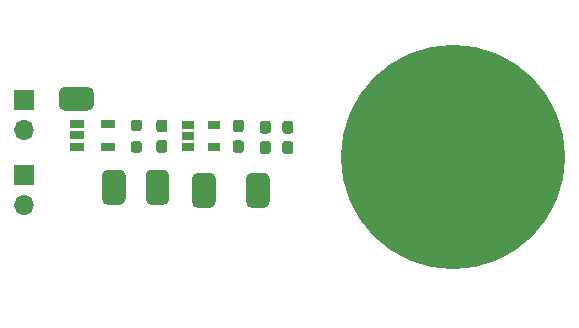
<source format=gbr>
%TF.GenerationSoftware,KiCad,Pcbnew,5.1.9*%
%TF.CreationDate,2021-05-01T17:54:34+02:00*%
%TF.ProjectId,LiPo_Circuit,4c69506f-5f43-4697-9263-7569742e6b69,rev?*%
%TF.SameCoordinates,Original*%
%TF.FileFunction,Soldermask,Top*%
%TF.FilePolarity,Negative*%
%FSLAX46Y46*%
G04 Gerber Fmt 4.6, Leading zero omitted, Abs format (unit mm)*
G04 Created by KiCad (PCBNEW 5.1.9) date 2021-05-01 17:54:34*
%MOMM*%
%LPD*%
G01*
G04 APERTURE LIST*
%ADD10C,19.000000*%
%ADD11R,1.700000X1.700000*%
%ADD12O,1.700000X1.700000*%
%ADD13R,1.220000X0.650000*%
%ADD14R,1.060000X0.650000*%
G04 APERTURE END LIST*
D10*
%TO.C,BatDummy1*%
X156083000Y-118999000D03*
%TD*%
%TO.C,C1*%
G36*
G01*
X131207500Y-115821000D02*
X131682500Y-115821000D01*
G75*
G02*
X131920000Y-116058500I0J-237500D01*
G01*
X131920000Y-116658500D01*
G75*
G02*
X131682500Y-116896000I-237500J0D01*
G01*
X131207500Y-116896000D01*
G75*
G02*
X130970000Y-116658500I0J237500D01*
G01*
X130970000Y-116058500D01*
G75*
G02*
X131207500Y-115821000I237500J0D01*
G01*
G37*
G36*
G01*
X131207500Y-117546000D02*
X131682500Y-117546000D01*
G75*
G02*
X131920000Y-117783500I0J-237500D01*
G01*
X131920000Y-118383500D01*
G75*
G02*
X131682500Y-118621000I-237500J0D01*
G01*
X131207500Y-118621000D01*
G75*
G02*
X130970000Y-118383500I0J237500D01*
G01*
X130970000Y-117783500D01*
G75*
G02*
X131207500Y-117546000I237500J0D01*
G01*
G37*
%TD*%
%TO.C,C2*%
G36*
G01*
X140445500Y-118721500D02*
X139970500Y-118721500D01*
G75*
G02*
X139733000Y-118484000I0J237500D01*
G01*
X139733000Y-117884000D01*
G75*
G02*
X139970500Y-117646500I237500J0D01*
G01*
X140445500Y-117646500D01*
G75*
G02*
X140683000Y-117884000I0J-237500D01*
G01*
X140683000Y-118484000D01*
G75*
G02*
X140445500Y-118721500I-237500J0D01*
G01*
G37*
G36*
G01*
X140445500Y-116996500D02*
X139970500Y-116996500D01*
G75*
G02*
X139733000Y-116759000I0J237500D01*
G01*
X139733000Y-116159000D01*
G75*
G02*
X139970500Y-115921500I237500J0D01*
G01*
X140445500Y-115921500D01*
G75*
G02*
X140683000Y-116159000I0J-237500D01*
G01*
X140683000Y-116759000D01*
G75*
G02*
X140445500Y-116996500I-237500J0D01*
G01*
G37*
%TD*%
%TO.C,C3*%
G36*
G01*
X142350500Y-116996500D02*
X141875500Y-116996500D01*
G75*
G02*
X141638000Y-116759000I0J237500D01*
G01*
X141638000Y-116159000D01*
G75*
G02*
X141875500Y-115921500I237500J0D01*
G01*
X142350500Y-115921500D01*
G75*
G02*
X142588000Y-116159000I0J-237500D01*
G01*
X142588000Y-116759000D01*
G75*
G02*
X142350500Y-116996500I-237500J0D01*
G01*
G37*
G36*
G01*
X142350500Y-118721500D02*
X141875500Y-118721500D01*
G75*
G02*
X141638000Y-118484000I0J237500D01*
G01*
X141638000Y-117884000D01*
G75*
G02*
X141875500Y-117646500I237500J0D01*
G01*
X142350500Y-117646500D01*
G75*
G02*
X142588000Y-117884000I0J-237500D01*
G01*
X142588000Y-118484000D01*
G75*
G02*
X142350500Y-118721500I-237500J0D01*
G01*
G37*
%TD*%
%TO.C,GND1*%
G36*
G01*
X131564000Y-123039000D02*
X130564000Y-123039000D01*
G75*
G02*
X130064000Y-122539000I0J500000D01*
G01*
X130064000Y-120539000D01*
G75*
G02*
X130564000Y-120039000I500000J0D01*
G01*
X131564000Y-120039000D01*
G75*
G02*
X132064000Y-120539000I0J-500000D01*
G01*
X132064000Y-122539000D01*
G75*
G02*
X131564000Y-123039000I-500000J0D01*
G01*
G37*
%TD*%
%TO.C,J_Bat+1*%
G36*
G01*
X135501000Y-123293000D02*
X134501000Y-123293000D01*
G75*
G02*
X134001000Y-122793000I0J500000D01*
G01*
X134001000Y-120793000D01*
G75*
G02*
X134501000Y-120293000I500000J0D01*
G01*
X135501000Y-120293000D01*
G75*
G02*
X136001000Y-120793000I0J-500000D01*
G01*
X136001000Y-122793000D01*
G75*
G02*
X135501000Y-123293000I-500000J0D01*
G01*
G37*
%TD*%
D11*
%TO.C,J_Bat_Cur1*%
X119761000Y-120523000D03*
D12*
X119761000Y-123063000D03*
%TD*%
%TO.C,J_CHG+1*%
G36*
G01*
X127881000Y-123039000D02*
X126881000Y-123039000D01*
G75*
G02*
X126381000Y-122539000I0J500000D01*
G01*
X126381000Y-120539000D01*
G75*
G02*
X126881000Y-120039000I500000J0D01*
G01*
X127881000Y-120039000D01*
G75*
G02*
X128381000Y-120539000I0J-500000D01*
G01*
X128381000Y-122539000D01*
G75*
G02*
X127881000Y-123039000I-500000J0D01*
G01*
G37*
%TD*%
%TO.C,J_ChgStat1*%
G36*
G01*
X125706000Y-113546000D02*
X125706000Y-114546000D01*
G75*
G02*
X125206000Y-115046000I-500000J0D01*
G01*
X123206000Y-115046000D01*
G75*
G02*
X122706000Y-114546000I0J500000D01*
G01*
X122706000Y-113546000D01*
G75*
G02*
X123206000Y-113046000I500000J0D01*
G01*
X125206000Y-113046000D01*
G75*
G02*
X125706000Y-113546000I0J-500000D01*
G01*
G37*
%TD*%
%TO.C,J_PowOut1*%
G36*
G01*
X140073000Y-123293000D02*
X139073000Y-123293000D01*
G75*
G02*
X138573000Y-122793000I0J500000D01*
G01*
X138573000Y-120793000D01*
G75*
G02*
X139073000Y-120293000I500000J0D01*
G01*
X140073000Y-120293000D01*
G75*
G02*
X140573000Y-120793000I0J-500000D01*
G01*
X140573000Y-122793000D01*
G75*
G02*
X140073000Y-123293000I-500000J0D01*
G01*
G37*
%TD*%
%TO.C,L1*%
G36*
G01*
X138159500Y-118621000D02*
X137684500Y-118621000D01*
G75*
G02*
X137447000Y-118383500I0J237500D01*
G01*
X137447000Y-117808500D01*
G75*
G02*
X137684500Y-117571000I237500J0D01*
G01*
X138159500Y-117571000D01*
G75*
G02*
X138397000Y-117808500I0J-237500D01*
G01*
X138397000Y-118383500D01*
G75*
G02*
X138159500Y-118621000I-237500J0D01*
G01*
G37*
G36*
G01*
X138159500Y-116871000D02*
X137684500Y-116871000D01*
G75*
G02*
X137447000Y-116633500I0J237500D01*
G01*
X137447000Y-116058500D01*
G75*
G02*
X137684500Y-115821000I237500J0D01*
G01*
X138159500Y-115821000D01*
G75*
G02*
X138397000Y-116058500I0J-237500D01*
G01*
X138397000Y-116633500D01*
G75*
G02*
X138159500Y-116871000I-237500J0D01*
G01*
G37*
%TD*%
%TO.C,R1*%
G36*
G01*
X129523500Y-118621000D02*
X129048500Y-118621000D01*
G75*
G02*
X128811000Y-118383500I0J237500D01*
G01*
X128811000Y-117883500D01*
G75*
G02*
X129048500Y-117646000I237500J0D01*
G01*
X129523500Y-117646000D01*
G75*
G02*
X129761000Y-117883500I0J-237500D01*
G01*
X129761000Y-118383500D01*
G75*
G02*
X129523500Y-118621000I-237500J0D01*
G01*
G37*
G36*
G01*
X129523500Y-116796000D02*
X129048500Y-116796000D01*
G75*
G02*
X128811000Y-116558500I0J237500D01*
G01*
X128811000Y-116058500D01*
G75*
G02*
X129048500Y-115821000I237500J0D01*
G01*
X129523500Y-115821000D01*
G75*
G02*
X129761000Y-116058500I0J-237500D01*
G01*
X129761000Y-116558500D01*
G75*
G02*
X129523500Y-116796000I-237500J0D01*
G01*
G37*
%TD*%
D13*
%TO.C,U1*%
X124253000Y-116205000D03*
X124253000Y-117155000D03*
X124253000Y-118105000D03*
X126873000Y-118105000D03*
X126873000Y-116205000D03*
%TD*%
D14*
%TO.C,U2*%
X133647000Y-116271000D03*
X133647000Y-117221000D03*
X133647000Y-118171000D03*
X135847000Y-118171000D03*
X135847000Y-116271000D03*
%TD*%
D11*
%TO.C,J_ChgIn1*%
X119761000Y-114173000D03*
D12*
X119761000Y-116713000D03*
%TD*%
M02*

</source>
